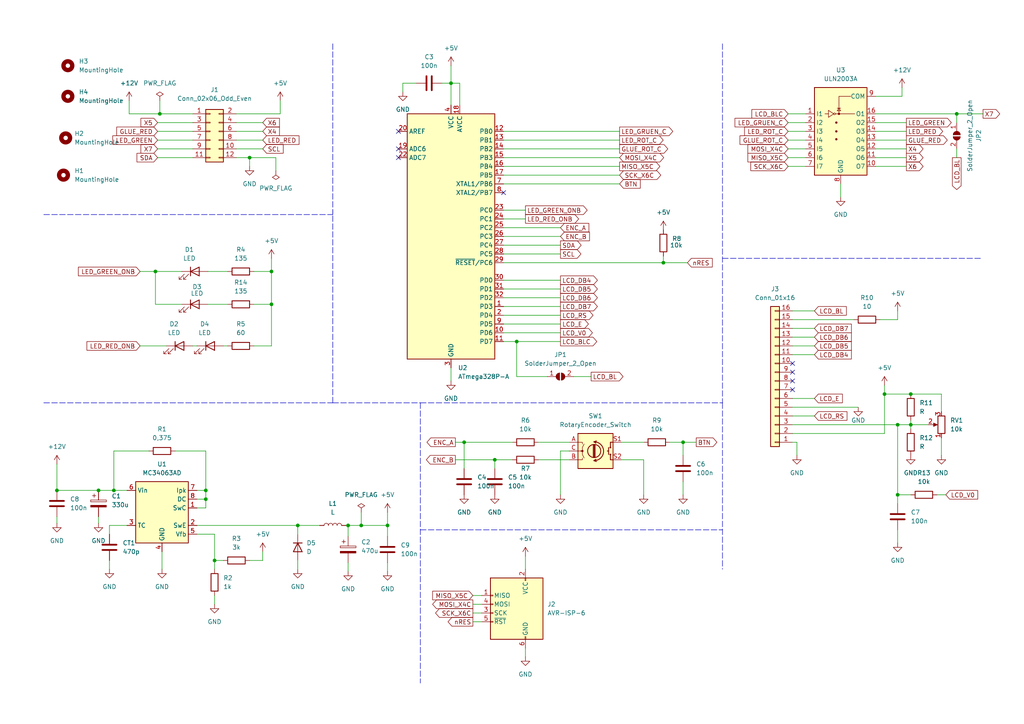
<source format=kicad_sch>
(kicad_sch (version 20211123) (generator eeschema)
  (paper "A4")
  (title_block (title "Tally-SDO-Adapter") (date "2023-10-24") (rev "0.1") (company "AGS") (comment 1 "Autor: Ferdinand"))
  (lib_symbols
    (symbol "Connector:AVR-ISP-6" (pin_names (offset 1.016))
      (property "Reference" "J" (at -6.35 11.43 0))
      (property "Value" "AVR-ISP-6" (at 0 11.43 0))
      (symbol "AVR-ISP-6_1_1"
        (pin passive line (at 10.16 5.08 180) (length 2.54) (name "MISO") (number "1"))
        (pin passive line (at -2.54 12.7 270) (length 2.54) (name "VCC") (number "2"))
        (pin passive line (at 10.16 0 180) (length 2.54) (name "SCK") (number "3"))
        (pin passive line (at 10.16 2.54 180) (length 2.54) (name "MOSI") (number "4"))
        (pin passive line (at 10.16 -2.54 180) (length 2.54) (name "~{RST}") (number "5"))
        (pin passive line (at -2.54 -10.16 90) (length 2.54) (name "GND") (number "6"))
      )
    )
    (symbol "Connector_Generic:Conn_01x16" (pin_names (offset 1.016) hide)
      (property "Reference" "J" (at 0 20.32 0))
      (property "Value" "Conn_01x16" (at 0 -22.86 0))
      (symbol "Conn_01x16_1_1"
        (pin passive line (at -5.08 17.78 0) (length 3.81) (name "Pin_1") (number "1"))
        (pin passive line (at -5.08 -5.08 0) (length 3.81) (name "Pin_10") (number "10"))
        (pin passive line (at -5.08 -7.62 0) (length 3.81) (name "Pin_11") (number "11"))
        (pin passive line (at -5.08 -10.16 0) (length 3.81) (name "Pin_12") (number "12"))
        (pin passive line (at -5.08 -12.7 0) (length 3.81) (name "Pin_13") (number "13"))
        (pin passive line (at -5.08 -15.24 0) (length 3.81) (name "Pin_14") (number "14"))
        (pin passive line (at -5.08 -17.78 0) (length 3.81) (name "Pin_15") (number "15"))
        (pin passive line (at -5.08 -20.32 0) (length 3.81) (name "Pin_16") (number "16"))
        (pin passive line (at -5.08 15.24 0) (length 3.81) (name "Pin_2") (number "2"))
        (pin passive line (at -5.08 12.7 0) (length 3.81) (name "Pin_3") (number "3"))
        (pin passive line (at -5.08 10.16 0) (length 3.81) (name "Pin_4") (number "4"))
        (pin passive line (at -5.08 7.62 0) (length 3.81) (name "Pin_5") (number "5"))
        (pin passive line (at -5.08 5.08 0) (length 3.81) (name "Pin_6") (number "6"))
        (pin passive line (at -5.08 2.54 0) (length 3.81) (name "Pin_7") (number "7"))
        (pin passive line (at -5.08 0 0) (length 3.81) (name "Pin_8") (number "8"))
        (pin passive line (at -5.08 -2.54 0) (length 3.81) (name "Pin_9") (number "9"))
      )
    )
    (symbol "Connector_Generic:Conn_02x06_Odd_Even" (pin_names (offset 1.016) hide)
      (property "Reference" "J" (at 1.27 7.62 0))
      (property "Value" "Conn_02x06_Odd_Even" (at 1.27 -10.16 0))
      (symbol "Conn_02x06_Odd_Even_1_1"
        (pin passive line (at -5.08 5.08 0) (length 3.81) (name "Pin_1") (number "1"))
        (pin passive line (at 7.62 -5.08 180) (length 3.81) (name "Pin_10") (number "10"))
        (pin passive line (at -5.08 -7.62 0) (length 3.81) (name "Pin_11") (number "11"))
        (pin passive line (at 7.62 -7.62 180) (length 3.81) (name "Pin_12") (number "12"))
        (pin passive line (at 7.62 5.08 180) (length 3.81) (name "Pin_2") (number "2"))
        (pin passive line (at -5.08 2.54 0) (length 3.81) (name "Pin_3") (number "3"))
        (pin passive line (at 7.62 2.54 180) (length 3.81) (name "Pin_4") (number "4"))
        (pin passive line (at -5.08 0 0) (length 3.81) (name "Pin_5") (number "5"))
        (pin passive line (at 7.62 0 180) (length 3.81) (name "Pin_6") (number "6"))
        (pin passive line (at -5.08 -2.54 0) (length 3.81) (name "Pin_7") (number "7"))
        (pin passive line (at 7.62 -2.54 180) (length 3.81) (name "Pin_8") (number "8"))
        (pin passive line (at -5.08 -5.08 0) (length 3.81) (name "Pin_9") (number "9"))
      )
    )
    (symbol "Device:C" (pin_numbers hide) (pin_names (offset 0.254))
      (property "Reference" "C" (at 0.635 2.54 0))
      (property "Value" "C" (at 0.635 -2.54 0))
      (symbol "C_1_1"
        (pin passive line (at 0 3.81 270) (length 2.794) (name "~") (number "1"))
        (pin passive line (at 0 -3.81 90) (length 2.794) (name "~") (number "2"))
      )
    )
    (symbol "Device:C_Polarized" (pin_numbers hide) (pin_names (offset 0.254))
      (property "Reference" "C" (at 0.635 2.54 0))
      (property "Value" "C_Polarized" (at 0.635 -2.54 0))
      (symbol "C_Polarized_1_1"
        (pin passive line (at 0 3.81 270) (length 2.794) (name "~") (number "1"))
        (pin passive line (at 0 -3.81 90) (length 2.794) (name "~") (number "2"))
      )
    )
    (symbol "Device:D" (pin_numbers hide) (pin_names (offset 1.016) hide)
      (property "Reference" "D" (at 0 2.54 0))
      (property "Value" "D" (at 0 -2.54 0))
      (symbol "D_1_1"
        (pin passive line (at -3.81 0 0) (length 2.54) (name "K") (number "1"))
        (pin passive line (at 3.81 0 180) (length 2.54) (name "A") (number "2"))
      )
    )
    (symbol "Device:L" (pin_numbers hide) (pin_names (offset 1.016) hide)
      (property "Reference" "L" (at -1.27 0 90))
      (property "Value" "L" (at 1.905 0 90))
      (symbol "L_1_1"
        (pin passive line (at 0 3.81 270) (length 1.27) (name "1") (number "1"))
        (pin passive line (at 0 -3.81 90) (length 1.27) (name "2") (number "2"))
      )
    )
    (symbol "Device:LED" (pin_numbers hide) (pin_names (offset 1.016) hide)
      (property "Reference" "D" (at 0 2.54 0))
      (property "Value" "LED" (at 0 -2.54 0))
      (symbol "LED_1_1"
        (pin passive line (at -3.81 0 0) (length 2.54) (name "K") (number "1"))
        (pin passive line (at 3.81 0 180) (length 2.54) (name "A") (number "2"))
      )
    )
    (symbol "Device:R" (pin_numbers hide) (pin_names (offset 0))
      (property "Reference" "R" (at 2.032 0 90))
      (property "Value" "R" (at 0 0 90))
      (symbol "R_1_1"
        (pin passive line (at 0 3.81 270) (length 1.27) (name "~") (number "1"))
        (pin passive line (at 0 -3.81 90) (length 1.27) (name "~") (number "2"))
      )
    )
    (symbol "Device:R_Potentiometer" (pin_names (offset 1.016) hide)
      (property "Reference" "RV" (at -4.445 0 90))
      (property "Value" "R_Potentiometer" (at -2.54 0 90))
      (symbol "R_Potentiometer_1_1"
        (pin passive line (at 0 3.81 270) (length 1.27) (name "1") (number "1"))
        (pin passive line (at 3.81 0 180) (length 1.27) (name "2") (number "2"))
        (pin passive line (at 0 -3.81 90) (length 1.27) (name "3") (number "3"))
      )
    )
    (symbol "Device:RotaryEncoder_Switch" (pin_names (offset 0.254) hide)
      (property "Reference" "SW" (at 0 6.604 0))
      (property "Value" "RotaryEncoder_Switch" (at 0 -6.604 0))
      (symbol "RotaryEncoder_Switch_1_1"
        (pin passive line (at -7.62 2.54 0) (length 2.54) (name "A") (number "A"))
        (pin passive line (at -7.62 -2.54 0) (length 2.54) (name "B") (number "B"))
        (pin passive line (at -7.62 0 0) (length 2.54) (name "C") (number "C"))
        (pin passive line (at 7.62 2.54 180) (length 2.54) (name "S1") (number "S1"))
        (pin passive line (at 7.62 -2.54 180) (length 2.54) (name "S2") (number "S2"))
      )
    )
    (symbol "Jumper:SolderJumper_2_Open" (pin_names (offset 0) hide)
      (property "Reference" "JP" (at 0 2.032 0))
      (property "Value" "SolderJumper_2_Open" (at 0 -2.54 0))
      (symbol "SolderJumper_2_Open_1_1"
        (pin passive line (at -3.81 0 0) (length 2.54) (name "A") (number "1"))
        (pin passive line (at 3.81 0 180) (length 2.54) (name "B") (number "2"))
      )
    )
    (symbol "MCU_Microchip_ATmega:ATmega328P-A"
      (property "Reference" "U" (at -12.7 36.83 0))
      (property "Value" "ATmega328P-A" (at 2.54 -36.83 0))
      (symbol "ATmega328P-A_1_1"
        (pin bidirectional line (at 15.24 -20.32 180) (length 2.54) (name "PD3") (number "1"))
        (pin bidirectional line (at 15.24 -27.94 180) (length 2.54) (name "PD6") (number "10"))
        (pin bidirectional line (at 15.24 -30.48 180) (length 2.54) (name "PD7") (number "11"))
        (pin bidirectional line (at 15.24 30.48 180) (length 2.54) (name "PB0") (number "12"))
        (pin bidirectional line (at 15.24 27.94 180) (length 2.54) (name "PB1") (number "13"))
        (pin bidirectional line (at 15.24 25.4 180) (length 2.54) (name "PB2") (number "14"))
        (pin bidirectional line (at 15.24 22.86 180) (length 2.54) (name "PB3") (number "15"))
        (pin bidirectional line (at 15.24 20.32 180) (length 2.54) (name "PB4") (number "16"))
        (pin bidirectional line (at 15.24 17.78 180) (length 2.54) (name "PB5") (number "17"))
        (pin power_in line (at 2.54 38.1 270) (length 2.54) (name "AVCC") (number "18"))
        (pin input line (at -15.24 25.4 0) (length 2.54) (name "ADC6") (number "19"))
        (pin bidirectional line (at 15.24 -22.86 180) (length 2.54) (name "PD4") (number "2"))
        (pin passive line (at -15.24 30.48 0) (length 2.54) (name "AREF") (number "20"))
        (pin passive line (at 0 -38.1 90) (length 2.54) hide (name "GND") (number "21"))
        (pin input line (at -15.24 22.86 0) (length 2.54) (name "ADC7") (number "22"))
        (pin bidirectional line (at 15.24 7.62 180) (length 2.54) (name "PC0") (number "23"))
        (pin bidirectional line (at 15.24 5.08 180) (length 2.54) (name "PC1") (number "24"))
        (pin bidirectional line (at 15.24 2.54 180) (length 2.54) (name "PC2") (number "25"))
        (pin bidirectional line (at 15.24 0 180) (length 2.54) (name "PC3") (number "26"))
        (pin bidirectional line (at 15.24 -2.54 180) (length 2.54) (name "PC4") (number "27"))
        (pin bidirectional line (at 15.24 -5.08 180) (length 2.54) (name "PC5") (number "28"))
        (pin bidirectional line (at 15.24 -7.62 180) (length 2.54) (name "~{RESET}/PC6") (number "29"))
        (pin power_in line (at 0 -38.1 90) (length 2.54) (name "GND") (number "3"))
        (pin bidirectional line (at 15.24 -12.7 180) (length 2.54) (name "PD0") (number "30"))
        (pin bidirectional line (at 15.24 -15.24 180) (length 2.54) (name "PD1") (number "31"))
        (pin bidirectional line (at 15.24 -17.78 180) (length 2.54) (name "PD2") (number "32"))
        (pin power_in line (at 0 38.1 270) (length 2.54) (name "VCC") (number "4"))
        (pin passive line (at 0 -38.1 90) (length 2.54) hide (name "GND") (number "5"))
        (pin passive line (at 0 38.1 270) (length 2.54) hide (name "VCC") (number "6"))
        (pin bidirectional line (at 15.24 15.24 180) (length 2.54) (name "XTAL1/PB6") (number "7"))
        (pin bidirectional line (at 15.24 12.7 180) (length 2.54) (name "XTAL2/PB7") (number "8"))
        (pin bidirectional line (at 15.24 -25.4 180) (length 2.54) (name "PD5") (number "9"))
      )
    )
    (symbol "Mechanical:MountingHole" (pin_names (offset 1.016))
      (property "Reference" "H" (at 0 5.08 0))
      (property "Value" "MountingHole" (at 0 3.175 0))
    )
    (symbol "Regulator_Switching:MC34063AD"
      (property "Reference" "U" (at -7.62 8.89 0))
      (property "Value" "MC34063AD" (at 0 8.89 0))
      (symbol "MC34063AD_1_1"
        (pin open_collector line (at 10.16 0 180) (length 2.54) (name "SwC") (number "1"))
        (pin open_emitter line (at 10.16 -5.08 180) (length 2.54) (name "SwE") (number "2"))
        (pin passive line (at -10.16 -5.08 0) (length 2.54) (name "TC") (number "3"))
        (pin power_in line (at 0 -12.7 90) (length 2.54) (name "GND") (number "4"))
        (pin input line (at 10.16 -7.62 180) (length 2.54) (name "Vfb") (number "5"))
        (pin power_in line (at -10.16 5.08 0) (length 2.54) (name "Vin") (number "6"))
        (pin input line (at 10.16 5.08 180) (length 2.54) (name "Ipk") (number "7"))
        (pin open_collector line (at 10.16 2.54 180) (length 2.54) (name "DC") (number "8"))
      )
    )
    (symbol "Transistor_Array:ULN2003A"
      (property "Reference" "U" (at 0 15.875 0))
      (property "Value" "ULN2003A" (at 0 13.97 0))
      (symbol "ULN2003A_1_1"
        (pin input line (at -10.16 5.08 0) (length 2.54) (name "I1") (number "1"))
        (pin open_collector line (at 10.16 -10.16 180) (length 2.54) (name "O7") (number "10"))
        (pin open_collector line (at 10.16 -7.62 180) (length 2.54) (name "O6") (number "11"))
        (pin open_collector line (at 10.16 -5.08 180) (length 2.54) (name "O5") (number "12"))
        (pin open_collector line (at 10.16 -2.54 180) (length 2.54) (name "O4") (number "13"))
        (pin open_collector line (at 10.16 0 180) (length 2.54) (name "O3") (number "14"))
        (pin open_collector line (at 10.16 2.54 180) (length 2.54) (name "O2") (number "15"))
        (pin open_collector line (at 10.16 5.08 180) (length 2.54) (name "O1") (number "16"))
        (pin input line (at -10.16 2.54 0) (length 2.54) (name "I2") (number "2"))
        (pin input line (at -10.16 0 0) (length 2.54) (name "I3") (number "3"))
        (pin input line (at -10.16 -2.54 0) (length 2.54) (name "I4") (number "4"))
        (pin input line (at -10.16 -5.08 0) (length 2.54) (name "I5") (number "5"))
        (pin input line (at -10.16 -7.62 0) (length 2.54) (name "I6") (number "6"))
        (pin input line (at -10.16 -10.16 0) (length 2.54) (name "I7") (number "7"))
        (pin power_in line (at 0 -15.24 90) (length 2.54) (name "GND") (number "8"))
        (pin passive line (at 10.16 10.16 180) (length 2.54) (name "COM") (number "9"))
      )
    )
    (symbol "power:+12V" (power) (pin_names (offset 0))
      (property "Value" "+12V" (at 0 3.556 0))
      (symbol "+12V_1_1"
        (pin power_in line (at 0 0 90) (length 0) hide (name "+12V") (number "1"))
      )
    )
    (symbol "power:+5V" (power) (pin_names (offset 0))
      (property "Value" "+5V" (at 0 3.556 0))
      (symbol "+5V_1_1"
        (pin power_in line (at 0 0 90) (length 0) hide (name "+5V") (number "1"))
      )
    )
    (symbol "power:GND" (power) (pin_names (offset 0))
      (property "Value" "GND" (at 0 -3.81 0))
      (symbol "GND_1_1"
        (pin power_in line (at 0 0 270) (length 0) hide (name "GND") (number "1"))
      )
    )
    (symbol "power:PWR_FLAG" (power) (pin_numbers hide) (pin_names (offset 0) hide)
      (property "Value" "PWR_FLAG" (at 0 3.81 0))
      (symbol "PWR_FLAG_0_0"
        (pin power_out line (at 0 0 90) (length 0) (name "pwr") (number "1"))
      )
    )
  )
  (junction (at 62.23 162.56))
  (junction (at 86.36 152.4))
  (junction (at 260.35 143.51))
  (junction (at 59.69 144.78))
  (junction (at 100.965 152.4))
  (junction (at 28.575 142.24))
  (junction (at 78.74 88.265))
  (junction (at 198.12 128.27))
  (junction (at 143.51 133.35))
  (junction (at 264.16 123.19))
  (junction (at 104.775 152.4))
  (junction (at 78.74 78.74))
  (junction (at 260.35 123.19))
  (junction (at 192.405 76.2))
  (junction (at 45.085 78.74))
  (junction (at 130.81 24.13))
  (junction (at 72.39 45.72))
  (junction (at 134.62 128.27))
  (junction (at 264.16 114.3))
  (junction (at 33.02 142.24))
  (junction (at 277.495 33.02))
  (junction (at 149.86 99.06))
  (junction (at 16.51 142.24))
  (junction (at 59.69 142.24))
  (junction (at 46.355 33.02))
  (junction (at 256.54 114.3))
  (junction (at 112.395 152.4))
  (no_connect (at 115.57 43.18))
  (no_connect (at 229.87 110.49))
  (no_connect (at 115.57 38.1))
  (no_connect (at 229.87 107.95))
  (no_connect (at 229.87 113.03))
  (no_connect (at 229.87 105.41))
  (no_connect (at 146.05 55.88))
  (no_connect (at 115.57 45.72))
  (wire (pts (xy 78.74 78.74) (xy 73.66 78.74)))
  (wire (pts (xy 273.05 119.38) (xy 273.05 114.3)))
  (wire (pts (xy 72.39 45.72) (xy 68.58 45.72)))
  (wire (pts (xy 149.86 99.06) (xy 162.56 99.06)))
  (wire (pts (xy 137.16 175.26) (xy 139.7 175.26)))
  (wire (pts (xy 59.69 144.78) (xy 59.69 142.24)))
  (wire (pts (xy 229.87 123.19) (xy 260.35 123.19)))
  (wire (pts (xy 264.16 143.51) (xy 260.35 143.51)))
  (wire (pts (xy 260.35 143.51) (xy 260.35 146.05)))
  (wire (pts (xy 271.78 143.51) (xy 274.32 143.51)))
  (wire (pts (xy 33.02 142.24) (xy 36.83 142.24)))
  (wire (pts (xy 198.12 128.27) (xy 201.93 128.27)))
  (wire (pts (xy 277.495 33.02) (xy 285.115 33.02)))
  (wire (pts (xy 198.12 139.7) (xy 198.12 143.51)))
  (wire (pts (xy 146.05 45.72) (xy 179.705 45.72)))
  (wire (pts (xy 55.88 100.33) (xy 57.15 100.33)))
  (wire (pts (xy 198.12 132.08) (xy 198.12 128.27)))
  (wire (pts (xy 132.08 133.35) (xy 143.51 133.35)))
  (wire (pts (xy 68.58 38.1) (xy 76.2 38.1)))
  (wire (pts (xy 62.23 172.72) (xy 62.23 175.26)))
  (wire (pts (xy 277.495 33.02) (xy 277.495 35.56)))
  (wire (pts (xy 166.37 109.22) (xy 171.45 109.22)))
  (wire (pts (xy 228.6 38.1) (xy 233.68 38.1)))
  (wire (pts (xy 229.87 102.87) (xy 236.22 102.87)))
  (wire (pts (xy 146.05 66.04) (xy 162.56 66.04)))
  (wire (pts (xy 36.83 152.4) (xy 31.75 152.4)))
  (wire (pts (xy 146.05 91.44) (xy 162.56 91.44)))
  (wire (pts (xy 133.35 24.13) (xy 133.35 30.48)))
  (wire (pts (xy 76.2 160.02) (xy 76.2 162.56)))
  (wire (pts (xy 40.64 78.74) (xy 45.085 78.74)))
  (wire (pts (xy 57.15 144.78) (xy 59.69 144.78)))
  (wire (pts (xy 45.72 43.18) (xy 55.88 43.18)))
  (wire (pts (xy 146.05 48.26) (xy 179.705 48.26)))
  (wire (pts (xy 28.575 142.24) (xy 33.02 142.24)))
  (wire (pts (xy 116.84 26.67) (xy 116.84 24.13)))
  (wire (pts (xy 78.74 88.265) (xy 78.74 100.33)))
  (wire (pts (xy 254 33.02) (xy 277.495 33.02)))
  (wire (pts (xy 260.35 153.67) (xy 260.35 157.48)))
  (wire (pts (xy 112.395 148.59) (xy 112.395 152.4)))
  (wire (pts (xy 62.23 162.56) (xy 62.23 165.1)))
  (polyline (pts (xy 176.53 153.67) (xy 209.55 153.67)))
  (wire (pts (xy 68.58 43.18) (xy 76.2 43.18)))
  (wire (pts (xy 146.05 86.36) (xy 162.56 86.36)))
  (wire (pts (xy 198.12 128.27) (xy 194.31 128.27)))
  (wire (pts (xy 64.77 100.33) (xy 66.04 100.33)))
  (wire (pts (xy 228.6 35.56) (xy 233.68 35.56)))
  (wire (pts (xy 60.325 78.74) (xy 66.04 78.74)))
  (wire (pts (xy 146.05 63.5) (xy 152.4 63.5)))
  (wire (pts (xy 264.16 123.19) (xy 264.16 124.46)))
  (wire (pts (xy 229.87 92.71) (xy 247.65 92.71)))
  (wire (pts (xy 143.51 133.35) (xy 148.59 133.35)))
  (wire (pts (xy 186.69 133.35) (xy 180.34 133.35)))
  (wire (pts (xy 146.05 81.28) (xy 162.56 81.28)))
  (wire (pts (xy 231.14 132.08) (xy 231.14 128.27)))
  (wire (pts (xy 146.05 96.52) (xy 162.56 96.52)))
  (wire (pts (xy 86.36 152.4) (xy 92.71 152.4)))
  (wire (pts (xy 100.965 152.4) (xy 100.965 155.575)))
  (wire (pts (xy 260.35 90.17) (xy 260.35 92.71)))
  (wire (pts (xy 46.355 33.02) (xy 55.88 33.02)))
  (wire (pts (xy 45.72 40.64) (xy 55.88 40.64)))
  (wire (pts (xy 43.18 130.81) (xy 33.02 130.81)))
  (wire (pts (xy 130.81 24.13) (xy 133.35 24.13)))
  (wire (pts (xy 260.35 92.71) (xy 255.27 92.71)))
  (wire (pts (xy 228.6 40.64) (xy 233.68 40.64)))
  (wire (pts (xy 186.69 143.51) (xy 186.69 133.35)))
  (wire (pts (xy 192.405 74.295) (xy 192.405 76.2)))
  (wire (pts (xy 146.05 50.8) (xy 179.705 50.8)))
  (wire (pts (xy 80.01 49.53) (xy 80.01 45.72)))
  (wire (pts (xy 254 40.64) (xy 262.89 40.64)))
  (wire (pts (xy 156.21 133.35) (xy 165.1 133.35)))
  (wire (pts (xy 62.23 162.56) (xy 64.77 162.56)))
  (wire (pts (xy 228.6 48.26) (xy 233.68 48.26)))
  (wire (pts (xy 100.965 152.4) (xy 104.775 152.4)))
  (wire (pts (xy 254 27.94) (xy 261.62 27.94)))
  (wire (pts (xy 116.84 24.13) (xy 120.65 24.13)))
  (wire (pts (xy 192.405 76.2) (xy 199.39 76.2)))
  (wire (pts (xy 146.05 93.98) (xy 162.56 93.98)))
  (polyline (pts (xy 96.52 12.7) (xy 96.52 62.23)))
  (wire (pts (xy 229.87 120.65) (xy 236.22 120.65)))
  (wire (pts (xy 146.05 38.1) (xy 179.705 38.1)))
  (wire (pts (xy 229.87 100.33) (xy 236.22 100.33)))
  (wire (pts (xy 146.05 83.82) (xy 162.56 83.82)))
  (wire (pts (xy 137.16 172.72) (xy 139.7 172.72)))
  (wire (pts (xy 229.87 115.57) (xy 236.22 115.57)))
  (wire (pts (xy 277.495 43.18) (xy 277.495 45.72)))
  (wire (pts (xy 130.81 24.13) (xy 130.81 30.48)))
  (wire (pts (xy 229.87 90.17) (xy 236.22 90.17)))
  (wire (pts (xy 78.74 74.93) (xy 78.74 78.74)))
  (wire (pts (xy 152.4 187.96) (xy 152.4 190.5)))
  (wire (pts (xy 16.51 134.62) (xy 16.51 142.24)))
  (wire (pts (xy 254 45.72) (xy 262.89 45.72)))
  (wire (pts (xy 260.35 143.51) (xy 260.35 123.19)))
  (wire (pts (xy 137.16 180.34) (xy 139.7 180.34)))
  (wire (pts (xy 86.36 152.4) (xy 86.36 154.94)))
  (wire (pts (xy 28.575 149.86) (xy 28.575 151.765)))
  (wire (pts (xy 59.69 130.81) (xy 59.69 142.24)))
  (wire (pts (xy 16.51 142.24) (xy 28.575 142.24)))
  (wire (pts (xy 37.465 33.02) (xy 46.355 33.02)))
  (wire (pts (xy 46.355 29.21) (xy 46.355 33.02)))
  (polyline (pts (xy 121.92 116.84) (xy 209.55 116.84)))
  (wire (pts (xy 112.395 163.195) (xy 112.395 165.735)))
  (wire (pts (xy 57.15 147.32) (xy 59.69 147.32)))
  (polyline (pts (xy 12.7 62.23) (xy 96.52 62.23)))
  (wire (pts (xy 73.66 88.265) (xy 78.74 88.265)))
  (wire (pts (xy 134.62 128.27) (xy 134.62 135.89)))
  (wire (pts (xy 46.99 160.02) (xy 46.99 165.1)))
  (wire (pts (xy 146.05 73.66) (xy 162.56 73.66)))
  (wire (pts (xy 104.775 148.59) (xy 104.775 152.4)))
  (wire (pts (xy 62.23 154.94) (xy 62.23 162.56)))
  (wire (pts (xy 243.84 53.34) (xy 243.84 57.15)))
  (wire (pts (xy 80.01 45.72) (xy 72.39 45.72)))
  (wire (pts (xy 45.72 38.1) (xy 55.88 38.1)))
  (wire (pts (xy 128.27 24.13) (xy 130.81 24.13)))
  (wire (pts (xy 100.33 152.4) (xy 100.965 152.4)))
  (wire (pts (xy 264.16 114.3) (xy 256.54 114.3)))
  (wire (pts (xy 68.58 33.02) (xy 81.28 33.02)))
  (wire (pts (xy 86.36 162.56) (xy 86.36 165.1)))
  (wire (pts (xy 149.86 99.06) (xy 146.05 99.06)))
  (wire (pts (xy 229.87 97.79) (xy 236.22 97.79)))
  (wire (pts (xy 260.35 123.19) (xy 264.16 123.19)))
  (wire (pts (xy 33.02 130.81) (xy 33.02 142.24)))
  (wire (pts (xy 228.6 43.18) (xy 233.68 43.18)))
  (wire (pts (xy 16.51 149.86) (xy 16.51 151.765)))
  (wire (pts (xy 130.81 19.05) (xy 130.81 24.13)))
  (wire (pts (xy 130.81 106.68) (xy 130.81 110.49)))
  (wire (pts (xy 256.54 125.73) (xy 229.87 125.73)))
  (wire (pts (xy 68.58 40.64) (xy 76.2 40.64)))
  (wire (pts (xy 45.72 35.56) (xy 55.88 35.56)))
  (wire (pts (xy 132.08 128.27) (xy 134.62 128.27)))
  (wire (pts (xy 146.05 68.58) (xy 162.56 68.58)))
  (wire (pts (xy 228.6 45.72) (xy 233.68 45.72)))
  (wire (pts (xy 143.51 133.35) (xy 143.51 135.89)))
  (wire (pts (xy 146.05 40.64) (xy 179.705 40.64)))
  (wire (pts (xy 146.05 60.96) (xy 152.4 60.96)))
  (wire (pts (xy 60.325 88.265) (xy 66.04 88.265)))
  (wire (pts (xy 45.085 88.265) (xy 52.705 88.265)))
  (wire (pts (xy 81.28 33.02) (xy 81.28 29.21)))
  (wire (pts (xy 162.56 143.51) (xy 162.56 130.81)))
  (wire (pts (xy 31.75 152.4) (xy 31.75 154.94)))
  (wire (pts (xy 273.05 127) (xy 273.05 132.08)))
  (polyline (pts (xy 96.52 116.84) (xy 96.52 60.96)))
  (polyline (pts (xy 209.55 116.84) (xy 209.55 165.1)))
  (wire (pts (xy 78.74 78.74) (xy 78.74 88.265)))
  (wire (pts (xy 152.4 161.29) (xy 152.4 165.1)))
  (wire (pts (xy 146.05 88.9) (xy 162.56 88.9)))
  (polyline (pts (xy 121.92 116.84) (xy 121.92 198.12)))
  (wire (pts (xy 256.54 111.76) (xy 256.54 114.3)))
  (wire (pts (xy 156.21 128.27) (xy 165.1 128.27)))
  (wire (pts (xy 146.05 71.12) (xy 162.56 71.12)))
  (wire (pts (xy 59.69 147.32) (xy 59.69 144.78)))
  (wire (pts (xy 254 35.56) (xy 262.89 35.56)))
  (wire (pts (xy 254 43.18) (xy 262.89 43.18)))
  (wire (pts (xy 45.72 45.72) (xy 55.88 45.72)))
  (wire (pts (xy 100.965 163.195) (xy 100.965 165.735)))
  (wire (pts (xy 228.6 33.02) (xy 233.68 33.02)))
  (wire (pts (xy 50.8 130.81) (xy 59.69 130.81)))
  (wire (pts (xy 57.15 154.94) (xy 62.23 154.94)))
  (wire (pts (xy 254 48.26) (xy 262.89 48.26)))
  (wire (pts (xy 112.395 152.4) (xy 112.395 155.575)))
  (wire (pts (xy 229.87 95.25) (xy 236.22 95.25)))
  (wire (pts (xy 45.085 88.265) (xy 45.085 78.74)))
  (wire (pts (xy 149.86 109.22) (xy 158.75 109.22)))
  (wire (pts (xy 57.15 152.4) (xy 86.36 152.4)))
  (wire (pts (xy 104.775 152.4) (xy 112.395 152.4)))
  (wire (pts (xy 229.87 118.11) (xy 248.92 118.11)))
  (wire (pts (xy 76.2 162.56) (xy 72.39 162.56)))
  (wire (pts (xy 59.69 142.24) (xy 57.15 142.24)))
  (wire (pts (xy 180.34 128.27) (xy 186.69 128.27)))
  (wire (pts (xy 149.86 109.22) (xy 149.86 99.06)))
  (polyline (pts (xy 12.7 116.84) (xy 96.52 116.84)))
  (polyline (pts (xy 209.55 12.7) (xy 209.55 116.84)))
  (wire (pts (xy 273.05 114.3) (xy 264.16 114.3)))
  (wire (pts (xy 134.62 128.27) (xy 148.59 128.27)))
  (wire (pts (xy 264.16 123.19) (xy 269.24 123.19)))
  (polyline (pts (xy 209.55 74.93) (xy 284.48 74.93)))
  (wire (pts (xy 256.54 114.3) (xy 256.54 125.73)))
  (wire (pts (xy 229.87 128.27) (xy 231.14 128.27)))
  (wire (pts (xy 31.75 162.56) (xy 31.75 165.1)))
  (polyline (pts (xy 121.92 153.67) (xy 176.53 153.67)))
  (wire (pts (xy 45.085 78.74) (xy 52.705 78.74)))
  (wire (pts (xy 72.39 48.26) (xy 72.39 45.72)))
  (wire (pts (xy 254 38.1) (xy 262.89 38.1)))
  (wire (pts (xy 73.66 100.33) (xy 78.74 100.33)))
  (polyline (pts (xy 96.52 116.84) (xy 121.92 116.84)))
  (wire (pts (xy 137.16 177.8) (xy 139.7 177.8)))
  (wire (pts (xy 162.56 130.81) (xy 165.1 130.81)))
  (wire (pts (xy 37.465 29.21) (xy 37.465 33.02)))
  (wire (pts (xy 146.05 76.2) (xy 192.405 76.2)))
  (wire (pts (xy 264.16 121.92) (xy 264.16 123.19)))
  (wire (pts (xy 146.05 53.34) (xy 179.705 53.34)))
  (wire (pts (xy 40.64 100.33) (xy 48.26 100.33)))
  (wire (pts (xy 68.58 35.56) (xy 76.2 35.56)))
  (wire (pts (xy 146.05 43.18) (xy 179.705 43.18)))
  (wire (pts (xy 261.62 25.4) (xy 261.62 27.94)))
  (global_label "LCD_DB5" (shape input) (at 236.22 100.33 0) (property "Referenzen zwischen Schaltplänen" "${INTERSHEET_REFS}" (effects hide)))
  (global_label "GLUE_RED" (shape output) (at 262.89 40.64 0) (property "Referenzen zwischen Schaltplänen" "${INTERSHEET_REFS}" (effects hide)))
  (global_label "LCD_DB7" (shape input) (at 236.22 95.25 0) (property "Referenzen zwischen Schaltplänen" "${INTERSHEET_REFS}" (effects hide)))
  (global_label "X4" (shape output) (at 262.89 43.18 0) (property "Referenzen zwischen Schaltplänen" "${INTERSHEET_REFS}" (effects hide)))
  (global_label "LED_RED_ONB" (shape output) (at 152.4 63.5 0) (property "Referenzen zwischen Schaltplänen" "${INTERSHEET_REFS}" (effects hide)))
  (global_label "LCD_BL" (shape output) (at 171.45 109.22 0) (property "Referenzen zwischen Schaltplänen" "${INTERSHEET_REFS}" (effects hide)))
  (global_label "LED_ROT_C" (shape input) (at 228.6 38.1 180) (property "Referenzen zwischen Schaltplänen" "${INTERSHEET_REFS}" (effects hide)))
  (global_label "X7" (shape output) (at 285.115 33.02 0) (property "Referenzen zwischen Schaltplänen" "${INTERSHEET_REFS}" (effects hide)))
  (global_label "LED_GREEN_ONB" (shape output) (at 152.4 60.96 0) (property "Referenzen zwischen Schaltplänen" "${INTERSHEET_REFS}" (effects hide)))
  (global_label "X5" (shape input) (at 45.72 35.56 180) (property "Referenzen zwischen Schaltplänen" "${INTERSHEET_REFS}" (effects hide)))
  (global_label "LED_GREEN_ONB" (shape input) (at 40.64 78.74 180) (property "Referenzen zwischen Schaltplänen" "${INTERSHEET_REFS}" (effects hide)))
  (global_label "ENC_A" (shape input) (at 162.56 66.04 0) (property "Referenzen zwischen Schaltplänen" "${INTERSHEET_REFS}" (effects hide)))
  (global_label "LCD_DB7" (shape output) (at 162.56 88.9 0) (property "Referenzen zwischen Schaltplänen" "${INTERSHEET_REFS}" (effects hide)))
  (global_label "ENC_A" (shape output) (at 132.08 128.27 180) (property "Referenzen zwischen Schaltplänen" "${INTERSHEET_REFS}" (effects hide)))
  (global_label "LCD_BLC" (shape output) (at 162.56 99.06 0) (property "Referenzen zwischen Schaltplänen" "${INTERSHEET_REFS}" (effects hide)))
  (global_label "LCD_BL" (shape input) (at 236.22 90.17 0) (property "Referenzen zwischen Schaltplänen" "${INTERSHEET_REFS}" (effects hide)))
  (global_label "LCD_DB6" (shape output) (at 162.56 86.36 0) (property "Referenzen zwischen Schaltplänen" "${INTERSHEET_REFS}" (effects hide)))
  (global_label "LED_GREEN" (shape input) (at 45.72 40.64 180) (property "Referenzen zwischen Schaltplänen" "${INTERSHEET_REFS}" (effects hide)))
  (global_label "X4" (shape input) (at 76.2 38.1 0) (property "Referenzen zwischen Schaltplänen" "${INTERSHEET_REFS}" (effects hide)))
  (global_label "LCD_V0" (shape input) (at 274.32 143.51 0) (property "Referenzen zwischen Schaltplänen" "${INTERSHEET_REFS}" (effects hide)))
  (global_label "MISO_X5C" (shape input) (at 137.16 172.72 180) (property "Referenzen zwischen Schaltplänen" "${INTERSHEET_REFS}" (effects hide)))
  (global_label "GLUE_ROT_C" (shape output) (at 179.705 43.18 0) (property "Referenzen zwischen Schaltplänen" "${INTERSHEET_REFS}" (effects hide)))
  (global_label "SCK_X6C" (shape input) (at 228.6 48.26 180) (property "Referenzen zwischen Schaltplänen" "${INTERSHEET_REFS}" (effects hide)))
  (global_label "SCK_X6C" (shape bidirectional) (at 179.705 50.8 0) (property "Referenzen zwischen Schaltplänen" "${INTERSHEET_REFS}" (effects hide)))
  (global_label "MOSI_X4C" (shape input) (at 228.6 43.18 180) (property "Referenzen zwischen Schaltplänen" "${INTERSHEET_REFS}" (effects hide)))
  (global_label "LED_ROT_C" (shape output) (at 179.705 40.64 0) (property "Referenzen zwischen Schaltplänen" "${INTERSHEET_REFS}" (effects hide)))
  (global_label "LCD_V0" (shape output) (at 162.56 96.52 0) (property "Referenzen zwischen Schaltplänen" "${INTERSHEET_REFS}" (effects hide)))
  (global_label "GLUE_ROT_C" (shape input) (at 228.6 40.64 180) (property "Referenzen zwischen Schaltplänen" "${INTERSHEET_REFS}" (effects hide)))
  (global_label "SDA" (shape input) (at 45.72 45.72 180) (property "Referenzen zwischen Schaltplänen" "${INTERSHEET_REFS}" (effects hide)))
  (global_label "MOSI_X4C" (shape output) (at 137.16 175.26 180) (property "Referenzen zwischen Schaltplänen" "${INTERSHEET_REFS}" (effects hide)))
  (global_label "ENC_B" (shape output) (at 132.08 133.35 180) (property "Referenzen zwischen Schaltplänen" "${INTERSHEET_REFS}" (effects hide)))
  (global_label "LED_GRUEN_C" (shape input) (at 228.6 35.56 180) (property "Referenzen zwischen Schaltplänen" "${INTERSHEET_REFS}" (effects hide)))
  (global_label "MISO_X5C" (shape input) (at 228.6 45.72 180) (property "Referenzen zwischen Schaltplänen" "${INTERSHEET_REFS}" (effects hide)))
  (global_label "X7" (shape input) (at 45.72 43.18 180) (property "Referenzen zwischen Schaltplänen" "${INTERSHEET_REFS}" (effects hide)))
  (global_label "LCD_RS" (shape output) (at 162.56 91.44 0) (property "Referenzen zwischen Schaltplänen" "${INTERSHEET_REFS}" (effects hide)))
  (global_label "LED_RED" (shape input) (at 76.2 40.64 0) (property "Referenzen zwischen Schaltplänen" "${INTERSHEET_REFS}" (effects hide)))
  (global_label "LCD_DB4" (shape output) (at 162.56 81.28 0) (property "Referenzen zwischen Schaltplänen" "${INTERSHEET_REFS}" (effects hide)))
  (global_label "ENC_B" (shape input) (at 162.56 68.58 0) (property "Referenzen zwischen Schaltplänen" "${INTERSHEET_REFS}" (effects hide)))
  (global_label "LCD_DB5" (shape output) (at 162.56 83.82 0) (property "Referenzen zwischen Schaltplänen" "${INTERSHEET_REFS}" (effects hide)))
  (global_label "nRES" (shape output) (at 137.16 180.34 180) (property "Referenzen zwischen Schaltplänen" "${INTERSHEET_REFS}" (effects hide)))
  (global_label "BTN" (shape output) (at 201.93 128.27 0) (property "Referenzen zwischen Schaltplänen" "${INTERSHEET_REFS}" (effects hide)))
  (global_label "BTN" (shape input) (at 179.705 53.34 0) (property "Referenzen zwischen Schaltplänen" "${INTERSHEET_REFS}" (effects hide)))
  (global_label "X6" (shape output) (at 262.89 48.26 0) (property "Referenzen zwischen Schaltplänen" "${INTERSHEET_REFS}" (effects hide)))
  (global_label "LCD_E" (shape input) (at 236.22 115.57 0) (property "Referenzen zwischen Schaltplänen" "${INTERSHEET_REFS}" (effects hide)))
  (global_label "MISO_X5C" (shape output) (at 179.705 48.26 0) (property "Referenzen zwischen Schaltplänen" "${INTERSHEET_REFS}" (effects hide)))
  (global_label "nRES" (shape input) (at 199.39 76.2 0) (property "Referenzen zwischen Schaltplänen" "${INTERSHEET_REFS}" (effects hide)))
  (global_label "LCD_BL" (shape output) (at 277.495 45.72 270) (property "Referenzen zwischen Schaltplänen" "${INTERSHEET_REFS}" (effects hide)))
  (global_label "LED_GRUEN_C" (shape output) (at 179.705 38.1 0) (property "Referenzen zwischen Schaltplänen" "${INTERSHEET_REFS}" (effects hide)))
  (global_label "LCD_E" (shape output) (at 162.56 93.98 0) (property "Referenzen zwischen Schaltplänen" "${INTERSHEET_REFS}" (effects hide)))
  (global_label "X6" (shape input) (at 76.2 35.56 0) (property "Referenzen zwischen Schaltplänen" "${INTERSHEET_REFS}" (effects hide)))
  (global_label "LED_RED_ONB" (shape input) (at 40.64 100.33 180) (property "Referenzen zwischen Schaltplänen" "${INTERSHEET_REFS}" (effects hide)))
  (global_label "LED_RED" (shape output) (at 262.89 38.1 0) (property "Referenzen zwischen Schaltplänen" "${INTERSHEET_REFS}" (effects hide)))
  (global_label "LCD_BLC" (shape input) (at 228.6 33.02 180) (property "Referenzen zwischen Schaltplänen" "${INTERSHEET_REFS}" (effects hide)))
  (global_label "LCD_DB4" (shape input) (at 236.22 102.87 0) (property "Referenzen zwischen Schaltplänen" "${INTERSHEET_REFS}" (effects hide)))
  (global_label "SCK_X6C" (shape output) (at 137.16 177.8 180) (property "Referenzen zwischen Schaltplänen" "${INTERSHEET_REFS}" (effects hide)))
  (global_label "GLUE_RED" (shape input) (at 45.72 38.1 180) (property "Referenzen zwischen Schaltplänen" "${INTERSHEET_REFS}" (effects hide)))
  (global_label "SCL" (shape input) (at 76.2 43.18 0) (property "Referenzen zwischen Schaltplänen" "${INTERSHEET_REFS}" (effects hide)))
  (global_label "SCL" (shape output) (at 162.56 73.66 0) (property "Referenzen zwischen Schaltplänen" "${INTERSHEET_REFS}" (effects hide)))
  (global_label "MOSI_X4C" (shape bidirectional) (at 179.705 45.72 0) (property "Referenzen zwischen Schaltplänen" "${INTERSHEET_REFS}" (effects hide)))
  (global_label "LCD_RS" (shape input) (at 236.22 120.65 0) (property "Referenzen zwischen Schaltplänen" "${INTERSHEET_REFS}" (effects hide)))
  (global_label "SDA" (shape output) (at 162.56 71.12 0) (property "Referenzen zwischen Schaltplänen" "${INTERSHEET_REFS}" (effects hide)))
  (global_label "LCD_DB6" (shape input) (at 236.22 97.79 0) (property "Referenzen zwischen Schaltplänen" "${INTERSHEET_REFS}" (effects hide)))
  (global_label "LED_GREEN" (shape output) (at 262.89 35.56 0) (property "Referenzen zwischen Schaltplänen" "${INTERSHEET_REFS}" (effects hide)))
  (global_label "X5" (shape output) (at 262.89 45.72 0) (property "Referenzen zwischen Schaltplänen" "${INTERSHEET_REFS}" (effects hide)))
  (symbol (lib_id "power:GND") (at 112.395 165.735 0) (unit 1)
    (property "Reference" "#PWR0135" (effects hide))
    (property "Value" "GND" (at 112.395 170.815 0))
  )
  (symbol (lib_id "power:GND") (at 86.36 165.1 0) (unit 1)
    (property "Reference" "#PWR0125" (effects hide))
    (property "Value" "GND" (at 86.36 170.18 0))
  )
  (symbol (lib_id "power:+5V") (at 260.35 90.17 0) (unit 1)
    (property "Reference" "#PWR0103" (effects hide))
    (property "Value" "+5V" (at 260.35 85.09 0))
  )
  (symbol (lib_id "power:+12V") (at 16.51 134.62 0) (unit 1)
    (property "Reference" "#PWR0122" (effects hide))
    (property "Value" "+12V" (at 16.51 129.54 0))
  )
  (symbol (lib_id "Device:R") (at 46.99 130.81 90) (unit 1)
    (property "Reference" "R1" (at 46.99 124.46 90))
    (property "Value" "0,375" (at 46.99 127 90))
    (property "Footprint" "Resistor_SMD:R_1206_3216Metric" (effects hide))
  )
  (symbol (lib_id "power:GND") (at 248.92 118.11 0) (unit 1)
    (property "Reference" "#PWR0105" (effects hide))
    (property "Value" "GND" (at 248.92 121.92 0))
  )
  (symbol (lib_id "power:+5V") (at 192.405 66.675 0) (unit 1)
    (property "Reference" "#PWR0109" (effects hide))
    (property "Value" "+5V" (at 192.405 61.595 0))
  )
  (symbol (lib_id "Connector:AVR-ISP-6") (at 149.86 177.8 0) (mirror y) (unit 1)
    (property "Reference" "J2" (at 158.75 175.2599 0) (effects (justify right)))
    (property "Value" "AVR-ISP-6" (at 158.75 177.7999 0) (effects (justify right)))
    (property "Footprint" "Connector_PinHeader_2.54mm:PinHeader_2x03_P2.54mm_Horizontal" (effects hide))
    (property "Datasheet" " ~" (effects hide))
  )
  (symbol (lib_id "power:GND") (at 260.35 157.48 0) (unit 1)
    (property "Reference" "#PWR0114" (effects hide))
    (property "Value" "GND" (at 260.35 162.56 0))
  )
  (symbol (lib_id "Device:R") (at 152.4 133.35 90) (unit 1)
    (property "Reference" "R7" (at 152.4 135.89 90))
    (property "Value" "10k" (at 152.4 138.43 90))
    (property "Footprint" "Resistor_SMD:R_0805_2012Metric" (effects hide))
  )
  (symbol (lib_id "power:+5V") (at 256.54 111.76 0) (unit 1)
    (property "Reference" "#PWR0104" (effects hide))
    (property "Value" "+5V" (at 256.54 106.68 0))
  )
  (symbol (lib_id "Connector_Generic:Conn_01x16") (at 224.79 110.49 180) (unit 1)
    (property "Reference" "J3" (at 224.79 83.82 0))
    (property "Value" "Conn_01x16" (at 224.79 86.36 0))
    (property "Footprint" "Connector_PinHeader_2.54mm:PinHeader_1x16_P2.54mm_Vertical" (effects hide))
  )
  (symbol (lib_id "Device:C") (at 31.75 158.75 0) (unit 1)
    (property "Reference" "CT1" (at 35.56 157.4799 0) (effects (justify left)))
    (property "Value" "470p" (at 35.56 160.0199 0) (effects (justify left)))
    (property "Footprint" "Capacitor_SMD:C_0805_2012Metric" (effects hide))
  )
  (symbol (lib_id "power:GND") (at 243.84 57.15 0) (unit 1)
    (property "Reference" "#PWR0102" (effects hide))
    (property "Value" "GND" (at 243.84 62.23 0))
  )
  (symbol (lib_id "power:GND") (at 134.62 143.51 0) (unit 1)
    (property "Reference" "#PWR0117" (effects hide))
    (property "Value" "GND" (at 134.62 148.59 0))
  )
  (symbol (lib_id "Device:R") (at 62.23 168.91 0) (unit 1)
    (property "Reference" "R2" (at 64.77 167.6399 0) (effects (justify left)))
    (property "Value" "1k" (at 64.77 170.1799 0) (effects (justify left)))
    (property "Footprint" "Resistor_SMD:R_0805_2012Metric" (effects hide))
  )
  (symbol (lib_id "power:GND") (at 186.69 143.51 0) (unit 1)
    (property "Reference" "#PWR0108" (effects hide))
    (property "Value" "GND" (at 186.69 148.59 0))
  )
  (symbol (lib_id "power:+5V") (at 130.81 19.05 0) (unit 1)
    (property "Reference" "#PWR0131" (effects hide))
    (property "Value" "+5V" (at 130.81 13.97 0))
  )
  (symbol (lib_id "power:PWR_FLAG") (at 46.355 29.21 0) (unit 1)
    (property "Reference" "#FLG0101" (effects hide))
    (property "Value" "PWR_FLAG" (at 46.355 24.13 0))
  )
  (symbol (lib_id "power:GND") (at 62.23 175.26 0) (unit 1)
    (property "Reference" "#PWR0124" (effects hide))
    (property "Value" "GND" (at 62.23 180.34 0))
  )
  (symbol (lib_id "power:GND") (at 100.965 165.735 0) (unit 1)
    (property "Reference" "#PWR0126" (effects hide))
    (property "Value" "GND" (at 100.965 170.815 0))
  )
  (symbol (lib_id "Device:R") (at 267.97 143.51 90) (unit 1)
    (property "Reference" "R13" (at 267.97 137.16 90))
    (property "Value" "10k" (at 267.97 139.7 90))
    (property "Footprint" "Resistor_SMD:R_0805_2012Metric" (effects hide))
  )
  (symbol (lib_id "Device:R") (at 264.16 128.27 0) (unit 1)
    (property "Reference" "R12" (at 266.7 126.9999 0) (effects (justify left)))
    (property "Value" "R" (at 266.7 129.5399 0) (effects (justify left)))
    (property "Footprint" "Resistor_SMD:R_0805_2012Metric" (effects hide))
  )
  (symbol (lib_id "Device:R_Potentiometer") (at 273.05 123.19 180) (unit 1)
    (property "Reference" "RV1" (at 275.59 121.9199 0) (effects (justify right)))
    (property "Value" "10k" (at 275.59 124.4599 0) (effects (justify right)))
    (property "Footprint" "Potentiometer_THT:Potentiometer_Piher_PT-6-H_Horizontal" (effects hide))
  )
  (symbol (lib_id "Device:C") (at 124.46 24.13 90) (unit 1)
    (property "Reference" "C3" (at 124.46 16.51 90))
    (property "Value" "100n" (at 124.46 19.05 90))
    (property "Footprint" "Capacitor_SMD:C_0805_2012Metric" (effects hide))
  )
  (symbol (lib_id "Device:C_Polarized") (at 100.965 159.385 0) (unit 1)
    (property "Reference" "C2" (at 104.775 157.2259 0) (effects (justify left)))
    (property "Value" "470u" (at 104.775 159.7659 0) (effects (justify left)))
    (property "Footprint" "Capacitor_THT:CP_Radial_D6.3mm_P2.50mm" (effects hide))
  )
  (symbol (lib_id "power:+12V") (at 261.62 25.4 0) (unit 1)
    (property "Reference" "#PWR0101" (effects hide))
    (property "Value" "+12V" (at 261.62 20.32 0))
  )
  (symbol (lib_id "Mechanical:MountingHole") (at 19.685 19.05 0) (unit 1)
    (property "Reference" "H3" (at 22.86 17.7799 0) (effects (justify left)))
    (property "Value" "MountingHole" (at 22.86 20.3199 0) (effects (justify left)))
    (property "Footprint" "MountingHole:MountingHole_2.7mm_M2.5" (effects hide))
  )
  (symbol (lib_id "Device:R") (at 192.405 70.485 0) (unit 1)
    (property "Reference" "R8" (at 194.945 69.2149 0) (effects (justify left)))
    (property "Value" "10k" (at 194.31 71.12 0) (effects (justify left)))
    (property "Footprint" "Resistor_SMD:R_0805_2012Metric" (effects hide))
  )
  (symbol (lib_id "power:+5V") (at 152.4 161.29 0) (unit 1)
    (property "Reference" "#PWR0111" (effects hide))
    (property "Value" "+5V" (at 152.4 156.21 0))
  )
  (symbol (lib_id "Device:R") (at 264.16 118.11 0) (unit 1)
    (property "Reference" "R11" (at 266.7 116.8399 0) (effects (justify left)))
    (property "Value" "R" (at 266.7 119.3799 0) (effects (justify left)))
    (property "Footprint" "Resistor_SMD:R_0805_2012Metric" (effects hide))
  )
  (symbol (lib_id "Connector_Generic:Conn_02x06_Odd_Even") (at 60.96 38.1 0) (unit 1)
    (property "Reference" "J1" (at 62.23 26.035 0))
    (property "Value" "Conn_02x06_Odd_Even" (at 62.23 28.575 0))
    (property "Footprint" "Connector_PinHeader_2.54mm:PinHeader_2x06_P2.54mm_Vertical_SMD" (effects hide))
  )
  (symbol (lib_id "power:GND") (at 143.51 143.51 0) (unit 1)
    (property "Reference" "#PWR0116" (effects hide))
    (property "Value" "GND" (at 143.51 148.59 0))
  )
  (symbol (lib_id "Device:LED") (at 56.515 88.265 0) (unit 1)
    (property "Reference" "D3" (at 57.15 83.185 0))
    (property "Value" "LED" (at 57.15 85.09 0))
    (property "Footprint" "LED_THT:LED_D5.0mm" (effects hide))
  )
  (symbol (lib_id "power:GND") (at 130.81 110.49 0) (unit 1)
    (property "Reference" "#PWR0115" (effects hide))
    (property "Value" "GND" (at 130.81 115.57 0))
  )
  (symbol (lib_id "power:+12V") (at 37.465 29.21 0) (unit 1)
    (property "Reference" "#PWR0130" (effects hide))
    (property "Value" "+12V" (at 37.465 24.13 0))
  )
  (symbol (lib_id "Device:C") (at 112.395 159.385 180) (unit 1)
    (property "Reference" "C9" (at 116.205 158.1149 0) (effects (justify right)))
    (property "Value" "100n" (at 116.205 160.6549 0) (effects (justify right)))
    (property "Footprint" "Capacitor_SMD:C_0805_2012Metric" (effects hide))
  )
  (symbol (lib_id "Device:R") (at 69.85 78.74 90) (unit 1)
    (property "Reference" "R4" (at 69.85 72.39 90))
    (property "Value" "135" (at 69.85 74.93 90))
    (property "Footprint" "Resistor_SMD:R_0805_2012Metric" (effects hide))
  )
  (symbol (lib_id "power:GND") (at 31.75 165.1 0) (unit 1)
    (property "Reference" "#PWR0119" (effects hide))
    (property "Value" "GND" (at 31.75 170.18 0))
  )
  (symbol (lib_id "power:GND") (at 28.575 151.765 0) (unit 1)
    (property "Reference" "#PWR0120" (effects hide))
    (property "Value" "GND" (at 28.575 156.845 0))
  )
  (symbol (lib_id "Device:R") (at 69.85 88.265 90) (unit 1)
    (property "Reference" "R14" (at 69.85 81.915 90))
    (property "Value" "135" (at 69.85 84.455 90))
    (property "Footprint" "Resistor_SMD:R_0805_2012Metric" (effects hide))
  )
  (symbol (lib_id "power:PWR_FLAG") (at 80.01 49.53 180) (unit 1)
    (property "Reference" "#FLG0102" (effects hide))
    (property "Value" "PWR_FLAG" (at 80.01 54.61 0))
  )
  (symbol (lib_id "Mechanical:MountingHole") (at 18.415 50.8 0) (unit 1)
    (property "Reference" "H1" (at 21.59 49.5299 0) (effects (justify left)))
    (property "Value" "MountingHole" (at 21.59 52.0699 0) (effects (justify left)))
    (property "Footprint" "MountingHole:MountingHole_2.7mm_M2.5" (effects hide))
  )
  (symbol (lib_id "Device:C") (at 143.51 139.7 0) (unit 1)
    (property "Reference" "C5" (at 147.32 138.4299 0) (effects (justify left)))
    (property "Value" "100n" (at 147.32 140.9699 0) (effects (justify left)))
    (property "Footprint" "Capacitor_SMD:C_0805_2012Metric" (effects hide))
  )
  (symbol (lib_id "Device:R") (at 190.5 128.27 90) (unit 1)
    (property "Reference" "R9" (at 190.5 121.92 90))
    (property "Value" "10k" (at 190.5 124.46 90))
    (property "Footprint" "Resistor_SMD:R_0805_2012Metric" (effects hide))
  )
  (symbol (lib_id "power:+5V") (at 76.2 160.02 0) (unit 1)
    (property "Reference" "#PWR0118" (effects hide))
    (property "Value" "+5V" (at 76.2 154.94 0))
  )
  (symbol (lib_id "power:+5V") (at 112.395 148.59 0) (unit 1)
    (property "Reference" "#PWR0127" (effects hide))
    (property "Value" "+5V" (at 112.395 143.51 0))
  )
  (symbol (lib_id "Device:R") (at 68.58 162.56 90) (unit 1)
    (property "Reference" "R3" (at 68.58 156.21 90))
    (property "Value" "3k" (at 68.58 158.75 90))
    (property "Footprint" "Resistor_SMD:R_0805_2012Metric" (effects hide))
  )
  (symbol (lib_id "Device:R") (at 152.4 128.27 90) (unit 1)
    (property "Reference" "R6" (at 152.4 121.92 90))
    (property "Value" "10k" (at 152.4 124.46 90))
    (property "Footprint" "Resistor_SMD:R_0805_2012Metric" (effects hide))
  )
  (symbol (lib_id "power:GND") (at 231.14 132.08 0) (unit 1)
    (property "Reference" "#PWR0106" (effects hide))
    (property "Value" "GND" (at 231.14 137.16 0))
  )
  (symbol (lib_id "MCU_Microchip_ATmega:ATmega328P-A") (at 130.81 68.58 0) (unit 1)
    (property "Reference" "U2" (at 132.8294 106.68 0) (effects (justify left)))
    (property "Value" "ATmega328P-A" (at 132.8294 109.22 0) (effects (justify left)))
    (property "Footprint" "Package_QFP:TQFP-32_7x7mm_P0.8mm" (effects hide))
    (property "Datasheet" "http://ww1.microchip.com/downloads/en/DeviceDoc/ATmega328_P%20AVR%20MCU%20with%20picoPower%20Technology%20Data%20Sheet%2040001984A.pdf" (effects hide))
  )
  (symbol (lib_id "power:GND") (at 16.51 151.765 0) (unit 1)
    (property "Reference" "#PWR0134" (effects hide))
    (property "Value" "GND" (at 16.51 156.845 0))
  )
  (symbol (lib_id "Transistor_Array:ULN2003A") (at 243.84 38.1 0) (unit 1)
    (property "Reference" "U3" (at 243.84 20.32 0))
    (property "Value" "ULN2003A" (at 243.84 22.86 0))
    (property "Footprint" "Package_DIP:DIP-16_W7.62mm_Socket_LongPads" (effects hide))
    (property "Datasheet" "http://www.ti.com/lit/ds/symlink/uln2003a.pdf" (effects hide))
  )
  (symbol (lib_id "Regulator_Switching:MC34063AD") (at 46.99 147.32 0) (unit 1)
    (property "Reference" "U1" (at 46.99 134.62 0))
    (property "Value" "MC34063AD" (at 46.99 137.16 0))
    (property "Footprint" "Package_SO:SOIC-8_3.9x4.9mm_P1.27mm" (effects hide))
    (property "Datasheet" "http://www.onsemi.com/pub_link/Collateral/MC34063A-D.PDF" (effects hide))
  )
  (symbol (lib_id "power:GND") (at 152.4 190.5 0) (unit 1)
    (property "Reference" "#PWR0123" (effects hide))
    (property "Value" "GND" (at 152.4 195.58 0))
  )
  (symbol (lib_id "Mechanical:MountingHole") (at 19.05 40.005 0) (unit 1)
    (property "Reference" "H2" (at 21.59 38.7349 0) (effects (justify left)))
    (property "Value" "MountingHole" (at 21.59 41.2749 0) (effects (justify left)))
    (property "Footprint" "MountingHole:MountingHole_2.7mm_M2.5" (effects hide))
  )
  (symbol (lib_id "Device:C") (at 16.51 146.05 180) (unit 1)
    (property "Reference" "C8" (at 20.32 144.7799 0) (effects (justify right)))
    (property "Value" "100n" (at 20.32 147.3199 0) (effects (justify right)))
    (property "Footprint" "Capacitor_SMD:C_0805_2012Metric" (effects hide))
  )
  (symbol (lib_id "Device:LED") (at 52.07 100.33 0) (unit 1)
    (property "Reference" "D2" (at 50.4825 93.98 0))
    (property "Value" "LED" (at 50.4825 96.52 0))
    (property "Footprint" "LED_THT:LED_D5.0mm" (effects hide))
  )
  (symbol (lib_id "power:GND") (at 72.39 48.26 0) (unit 1)
    (property "Reference" "#PWR0129" (effects hide))
    (property "Value" "GND" (at 72.39 53.34 0))
  )
  (symbol (lib_id "power:GND") (at 116.84 26.67 0) (unit 1)
    (property "Reference" "#PWR0133" (effects hide))
    (property "Value" "GND" (at 116.84 31.75 0))
  )
  (symbol (lib_id "power:GND") (at 198.12 143.51 0) (unit 1)
    (property "Reference" "#PWR0107" (effects hide))
    (property "Value" "GND" (at 198.12 148.59 0))
  )
  (symbol (lib_id "power:GND") (at 273.05 132.08 0) (unit 1)
    (property "Reference" "#PWR0113" (effects hide))
    (property "Value" "GND" (at 273.05 137.16 0))
  )
  (symbol (lib_id "Jumper:SolderJumper_2_Open") (at 277.495 39.37 270) (unit 1)
    (property "Reference" "JP2" (at 283.845 39.37 0))
    (property "Value" "SolderJumper_2_Open" (at 281.305 39.37 0))
    (property "Footprint" "Jumper:SolderJumper-2_P1.3mm_Open_TrianglePad1.0x1.5mm" (effects hide))
  )
  (symbol (lib_id "power:GND") (at 46.99 165.1 0) (unit 1)
    (property "Reference" "#PWR0121" (effects hide))
    (property "Value" "GND" (at 46.99 170.18 0))
  )
  (symbol (lib_id "power:+5V") (at 78.74 74.93 0) (unit 1)
    (property "Reference" "#PWR0128" (effects hide))
    (property "Value" "+5V" (at 78.74 69.85 0))
  )
  (symbol (lib_id "Device:C") (at 134.62 139.7 0) (unit 1)
    (property "Reference" "C4" (at 138.43 138.4299 0) (effects (justify left)))
    (property "Value" "100n" (at 138.43 140.9699 0) (effects (justify left)))
    (property "Footprint" "Capacitor_SMD:C_0805_2012Metric" (effects hide))
  )
  (symbol (lib_id "Mechanical:MountingHole") (at 19.685 27.94 0) (unit 1)
    (property "Reference" "H4" (at 22.86 26.6699 0) (effects (justify left)))
    (property "Value" "MountingHole" (at 22.86 29.2099 0) (effects (justify left)))
    (property "Footprint" "MountingHole:MountingHole_2.7mm_M2.5" (effects hide))
  )
  (symbol (lib_id "Device:R") (at 69.85 100.33 90) (unit 1)
    (property "Reference" "R5" (at 69.85 93.98 90))
    (property "Value" "60" (at 69.85 96.52 90))
    (property "Footprint" "Resistor_SMD:R_0805_2012Metric" (effects hide))
  )
  (symbol (lib_id "Jumper:SolderJumper_2_Open") (at 162.56 109.22 0) (unit 1)
    (property "Reference" "JP1" (at 162.56 102.87 0))
    (property "Value" "SolderJumper_2_Open" (at 162.56 105.41 0))
    (property "Footprint" "Jumper:SolderJumper-2_P1.3mm_Open_TrianglePad1.0x1.5mm" (effects hide))
  )
  (symbol (lib_id "power:PWR_FLAG") (at 104.775 148.59 0) (unit 1)
    (property "Reference" "#FLG0103" (effects hide))
    (property "Value" "PWR_FLAG" (at 104.775 143.51 0))
  )
  (symbol (lib_id "Device:R") (at 251.46 92.71 90) (unit 1)
    (property "Reference" "R10" (at 251.46 86.36 90))
    (property "Value" "10" (at 251.46 88.9 90))
    (property "Footprint" "Resistor_SMD:R_0805_2012Metric" (effects hide))
  )
  (symbol (lib_id "Device:LED") (at 56.515 78.74 0) (unit 1)
    (property "Reference" "D1" (at 54.9275 72.39 0))
    (property "Value" "LED" (at 54.9275 74.93 0))
    (property "Footprint" "LED_THT:LED_D5.0mm" (effects hide))
  )
  (symbol (lib_id "Device:C") (at 198.12 135.89 0) (unit 1)
    (property "Reference" "C6" (at 201.93 134.6199 0) (effects (justify left)))
    (property "Value" "100n" (at 201.93 137.1599 0) (effects (justify left)))
    (property "Footprint" "Capacitor_SMD:C_0805_2012Metric" (effects hide))
  )
  (symbol (lib_id "Device:LED") (at 60.96 100.33 0) (unit 1)
    (property "Reference" "D4" (at 59.3725 93.98 0))
    (property "Value" "LED" (at 59.3725 96.52 0))
    (property "Footprint" "LED_THT:LED_D5.0mm" (effects hide))
  )
  (symbol (lib_id "Device:C_Polarized") (at 28.575 146.05 0) (unit 1)
    (property "Reference" "C1" (at 32.385 143.8909 0) (effects (justify left)))
    (property "Value" "330u" (at 32.385 146.4309 0) (effects (justify left)))
    (property "Footprint" "Capacitor_THT:CP_Radial_D10.0mm_P5.00mm" (effects hide))
  )
  (symbol (lib_id "Device:L") (at 96.52 152.4 90) (unit 1)
    (property "Reference" "L1" (at 96.52 146.05 90))
    (property "Value" "L" (at 96.52 148.59 90))
    (property "Footprint" "Inductor_THT:L_Radial_D8.7mm_P5.00mm_Fastron_07HCP" (effects hide))
  )
  (symbol (lib_id "power:GND") (at 264.16 132.08 0) (unit 1)
    (property "Reference" "#PWR0112" (effects hide))
    (property "Value" "GND" (at 264.16 137.16 0))
  )
  (symbol (lib_id "Device:RotaryEncoder_Switch") (at 172.72 130.81 0) (unit 1)
    (property "Reference" "SW1" (at 172.72 120.65 0))
    (property "Value" "RotaryEncoder_Switch" (at 172.72 123.19 0))
    (property "Footprint" "Rotary_Encoder:RotaryEncoder_Alps_EC11E-Switch_Vertical_H20mm" (effects hide))
  )
  (symbol (lib_id "Device:D") (at 86.36 158.75 270) (unit 1)
    (property "Reference" "D5" (at 88.9 157.4799 90) (effects (justify left)))
    (property "Value" "D" (at 88.9 160.0199 90) (effects (justify left)))
    (property "Footprint" "Diode_SMD:D_SMA" (effects hide))
  )
  (symbol (lib_id "power:+5V") (at 81.28 29.21 0) (unit 1)
    (property "Reference" "#PWR0132" (effects hide))
    (property "Value" "+5V" (at 81.28 24.13 0))
  )
  (symbol (lib_id "Device:C") (at 260.35 149.86 0) (unit 1)
    (property "Reference" "C7" (at 264.16 148.5899 0) (effects (justify left)))
    (property "Value" "100n" (at 264.16 151.1299 0) (effects (justify left)))
    (property "Footprint" "Capacitor_SMD:C_0805_2012Metric" (effects hide))
  )
  (symbol (lib_id "power:GND") (at 162.56 143.51 0) (unit 1)
    (property "Reference" "#PWR0110" (effects hide))
    (property "Value" "GND" (at 162.56 148.59 0))
  )
)
</source>
